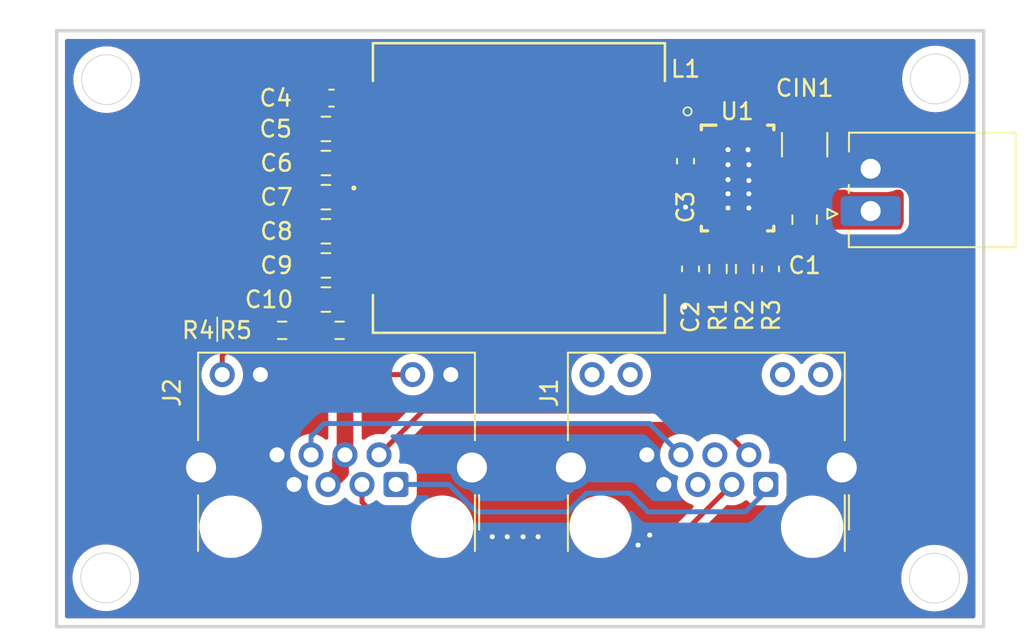
<source format=kicad_pcb>
(kicad_pcb (version 20240108) (generator "pcbnew") (generator_version "8.0")
  (layers (0 "F.Cu" signal) (31 "B.Cu" signal) (34 "B.Paste" user) (35 "F.Paste" user) (36 "B.SilkS" user "B.Silkscreen") (37 "F.SilkS" user "F.Silkscreen") (38 "B.Mask" user) (39 "F.Mask" user) (44 "Edge.Cuts" user))
  (net 0 "")
  (net 1 "GND")
  (net 2 "/VARM")
  (net 3 "Net-(U1-VCC)")
  (net 4 "Net-(C3-Pad2)")
  (net 5 "Net-(U1-CBOOT)")
  (net 6 "/24V")
  (net 8 "Net-(J1-Pad6)")
  (net 9 "Net-(J1-Pad1)")
  (net 12 "Net-(J1-Pad3)")
  (net 14 "Net-(J1-Pad2)")
  (net 17 "Net-(U1-RT)")
  (net 18 "Net-(J2-Pad12)")
  (net 19 "Net-(J2-Pad10)")
  (net 24 "Net-(U1-FB)")
  (footprint "Capacitor_SMD:C_0805_2012Metric_Pad1.18x1.45mm_HandSolder" (layer "F.Cu") (at 112.75 71.05 -90)
    (property "Reference" "C1" (at 2.75 0 180) (layer "F.SilkS"))
    (property "Value" "470n")
    (fp_line (start -0.261252 0.735) (end 0.261252 0.735) (stroke (width 0.12)) (layer "F.SilkS"))
    (fp_line (start -0.261252 -0.735) (end 0.261252 -0.735) (stroke (width 0.12)) (layer "F.SilkS"))
    (pad "1" smd roundrect (at -1.0375 0 270) (size 1.175 1.45) (layers "F.Cu" "F.Paste" "F.Mask") (roundrect_rratio 0.212766) (net 2 "/VARM"))
    (pad "2" smd roundrect (at 1.0375 0 270) (size 1.175 1.45) (layers "F.Cu" "F.Paste" "F.Mask") (roundrect_rratio 0.212766) (net 1 "GND"))
  )
  (footprint "Capacitor_SMD:C_0603_1608Metric_Pad1.08x0.95mm_HandSolder" (layer "F.Cu") (at 105.9 74.0125 90)
    (property "Reference" "C2" (at -2.8875 0 90) (layer "F.SilkS"))
    (property "Value" "2.2u")
    (fp_line (start -0.146267 -0.51) (end 0.146267 -0.51) (stroke (width 0.12)) (layer "F.SilkS"))
    (fp_line (start -0.146267 0.51) (end 0.146267 0.51) (stroke (width 0.12)) (layer "F.SilkS"))
    (pad "1" smd roundrect (at -0.8625 0 90) (size 1.075 0.95) (layers "F.Cu" "F.Paste" "F.Mask") (net 1 "GND"))
    (pad "2" smd roundrect (at 0.8625 0 90) (size 1.075 0.95) (layers "F.Cu" "F.Paste" "F.Mask") (net 3 "Net-(U1-VCC)"))
  )
  (footprint "Capacitor_SMD:C_0805_2012Metric_Pad1.18x1.45mm_HandSolder" (layer "F.Cu") (at 84.0125 75.85)
    (property "Reference" "C10" (at -3.4125 0 0) (layer "F.SilkS"))
    (property "Value" "22u")
    (fp_line (start -0.261252 -0.735) (end 0.261252 -0.735) (stroke (width 0.12)) (layer "F.SilkS"))
    (fp_line (start -0.261252 0.735) (end 0.261252 0.735) (stroke (width 0.12)) (layer "F.SilkS"))
    (pad "1" smd roundrect (at -1.0375 0) (size 1.175 1.45) (layers "F.Cu" "F.Paste" "F.Mask") (roundrect_rratio 0.212766) (net 1 "GND"))
    (pad "2" smd roundrect (at 1.0375 0) (size 1.175 1.45) (layers "F.Cu" "F.Paste" "F.Mask") (roundrect_rratio 0.212766) (net 6 "/24V"))
  )
  (footprint "Resistor_SMD:R_0603_1608Metric_Pad0.98x0.95mm_HandSolder" (layer "F.Cu") (at 107.55 74.0125 -90)
    (property "Reference" "R1" (at 2.7875 0 90) (layer "F.SilkS"))
    (property "Value" "96.7")
    (fp_line (start -0.254724 0.5225) (end 0.254724 0.5225) (stroke (width 0.12)) (layer "F.SilkS"))
    (fp_line (start -0.254724 -0.5225) (end 0.254724 -0.5225) (stroke (width 0.12)) (layer "F.SilkS"))
    (pad "1" smd roundrect (at -0.9125 0 270) (size 0.975 0.95) (layers "F.Cu" "F.Paste" "F.Mask") (net 17 "Net-(U1-RT)"))
    (pad "2" smd roundrect (at 0.9125 0 270) (size 0.975 0.95) (layers "F.Cu" "F.Paste" "F.Mask") (net 1 "GND"))
  )
  (footprint "Connector_RJ:RJ45_Connfly_DS1128-09-S8xx-S_Horizontal" (layer "F.Cu") (at 88.22 86.96 180)
    (property "Reference" "J2" (at 13.44 5.52 90) (layer "F.SilkS"))
    (property "Value" "RJ45_LED_Shielded")
    (fp_line (start 11.88 7.92) (end -4.74 7.92) (stroke (width 0.12)) (layer "F.SilkS"))
    (fp_line (start 11.88 2.66) (end 11.88 7.92) (stroke (width 0.12)) (layer "F.SilkS"))
    (fp_line (start 11.88 -4) (end 11.88 -0.65) (stroke (width 0.12)) (layer "F.SilkS"))
    (fp_line (start -4.74 7.92) (end -4.74 2.66) (stroke (width 0.12)) (layer "F.SilkS"))
    (fp_line (start -4.74 -0.64) (end -4.74 -4) (stroke (width 0.12)) (layer "F.SilkS"))
    (fp_line (start -4.99 -0.64) (end -4.99 -2.71) (stroke (width 0.12)) (layer "F.SilkS"))
    (pad "" np_thru_hole circle (at -2.78 -2.54) (size 3.25 3.25) (drill 3.25) (layers "F&B.Cu" "*.Mask"))
    (pad "" np_thru_hole circle (at 9.92 -2.54) (size 3.25 3.25) (drill 3.25) (layers "F&B.Cu" "*.Mask"))
    (pad "1" thru_hole roundrect (at 0 0) (size 1.5 1.5) (drill 0.9) (layers "*.Cu" "*.Mask") (roundrect_rratio 0.1666666667) (net 9 "Net-(J1-Pad1)"))
    (pad "2" thru_hole circle (at 1.02 1.78) (size 1.5 1.5) (drill 0.9) (layers "*.Cu" "*.Mask") (net 14 "Net-(J1-Pad2)"))
    (pad "3" thru_hole circle (at 2.04 0) (size 1.5 1.5) (drill 0.9) (layers "*.Cu" "*.Mask") (net 12 "Net-(J1-Pad3)"))
    (pad "4" thru_hole circle (at 3.06 1.78) (size 1.5 1.5) (drill 0.9) (layers "*.Cu" "*.Mask") (net 6 "/24V"))
    (pad "5" thru_hole circle (at 4.08 0) (size 1.5 1.5) (drill 0.9) (layers "*.Cu" "*.Mask") (net 6 "/24V"))
    (pad "6" thru_hole circle (at 5.1 1.78) (size 1.5 1.5) (drill 0.9) (layers "*.Cu" "*.Mask") (net 8 "Net-(J1-Pad6)"))
    (pad "7" thru_hole circle (at 6.12 0) (size 1.5 1.5) (drill 0.9) (layers "*.Cu" "*.Mask") (net 1 "GND"))
    (pad "8" thru_hole circle (at 7.14 1.78) (size 1.5 1.5) (drill 0.9) (layers "*.Cu" "*.Mask") (net 1 "GND"))
    (pad "9" thru_hole circle (at -3.29 6.6) (size 1.5 1.5) (drill 0.9) (layers "*.Cu" "*.Mask") (net 1 "GND"))
    (pad "10" thru_hole circle (at -1 6.6) (size 1.5 1.5) (drill 0.9) (layers "*.Cu" "*.Mask") (net 19 "Net-(J2-Pad10)"))
    (pad "11" thru_hole circle (at 8.14 6.6) (size 1.5 1.5) (drill 0.9) (layers "*.Cu" "*.Mask") (net 1 "GND"))
    (pad "12" thru_hole circle (at 10.43 6.6) (size 1.5 1.5) (drill 0.9) (layers "*.Cu" "*.Mask") (net 18 "Net-(J2-Pad12)"))
    (pad "SH" thru_hole circle (at -4.56 1.02) (size 2.7 2.7) (drill 1.8) (layers "*.Cu" "*.Mask") (net 1 "GND"))
    (pad "SH" thru_hole circle (at 11.7 1.02) (size 2.7 2.7) (drill 1.8) (layers "*.Cu" "*.Mask") (net 1 "GND"))
  )
  (footprint "Resistor_SMD:R_0603_1608Metric_Pad0.98x0.95mm_HandSolder" (layer "F.Cu") (at 84.8375 77.7 180)
    (property "Reference" "R5" (at 6.2375 0 0) (layer "F.SilkS"))
    (property "Value" "10k")
    (fp_line (start -0.254724 0.5225) (end 0.254724 0.5225) (stroke (width 0.12)) (layer "F.SilkS"))
    (fp_line (start -0.254724 -0.5225) (end 0.254724 -0.5225) (stroke (width 0.12)) (layer "F.SilkS"))
    (pad "1" smd roundrect (at -0.9125 0 180) (size 0.975 0.95) (layers "F.Cu" "F.Paste" "F.Mask") (net 19 "Net-(J2-Pad10)"))
    (pad "2" smd roundrect (at 0.9125 0 180) (size 0.975 0.95) (layers "F.Cu" "F.Paste" "F.Mask") (net 6 "/24V"))
  )
  (footprint "Capacitor_SMD:C_0805_2012Metric_Pad1.18x1.45mm_HandSolder" (layer "F.Cu") (at 84.0125 67.65)
    (property "Reference" "C6" (at -2.9625 0 0) (layer "F.SilkS"))
    (property "Value" "22u")
    (fp_line (start -0.261252 -0.735) (end 0.261252 -0.735) (stroke (width 0.12)) (layer "F.SilkS"))
    (fp_line (start -0.261252 0.735) (end 0.261252 0.735) (stroke (width 0.12)) (layer "F.SilkS"))
    (pad "1" smd roundrect (at -1.0375 0) (size 1.175 1.45) (layers "F.Cu" "F.Paste" "F.Mask") (roundrect_rratio 0.212766) (net 1 "GND"))
    (pad "2" smd roundrect (at 1.0375 0) (size 1.175 1.45) (layers "F.Cu" "F.Paste" "F.Mask") (roundrect_rratio 0.212766) (net 6 "/24V"))
  )
  (footprint "Capacitor_SMD:C_0603_1608Metric" (layer "F.Cu") (at 84.35 63.75)
    (property "Reference" "C4" (at -3.35 0 0) (layer "F.SilkS"))
    (property "Value" "470n")
    (fp_line (start -0.14058 -0.51) (end 0.14058 -0.51) (stroke (width 0.12)) (layer "F.SilkS"))
    (fp_line (start -0.14058 0.51) (end 0.14058 0.51) (stroke (width 0.12)) (layer "F.SilkS"))
    (pad "1" smd roundrect (at -0.775 0) (size 0.9 0.95) (layers "F.Cu" "F.Paste" "F.Mask") (net 1 "GND"))
    (pad "2" smd roundrect (at 0.775 0) (size 0.9 0.95) (layers "F.Cu" "F.Paste" "F.Mask") (net 6 "/24V"))
  )
  (footprint "inducfootprints:IND_IHLP-6767DZ_VIS" (layer "F.Cu") (at 95.6 69.15)
    (property "Reference" "L1" (at 10 -7.15 0) (layer "F.SilkS"))
    (property "Value" "47u")
    (fp_line (start -8.763 -8.6995) (end -8.763 -6.42874) (stroke (width 0.1524)) (layer "F.SilkS"))
    (fp_line (start -8.763 6.42874) (end -8.763 8.6995) (stroke (width 0.1524)) (layer "F.SilkS"))
    (fp_line (start -8.763 8.6995) (end 8.763 8.6995) (stroke (width 0.1524)) (layer "F.SilkS"))
    (fp_line (start 8.763 -8.6995) (end -8.763 -8.6995) (stroke (width 0.1524)) (layer "F.SilkS"))
    (fp_line (start 8.763 -6.42874) (end 8.763 -8.6995) (stroke (width 0.1524)) (layer "F.SilkS"))
    (fp_line (start 8.763 8.6995) (end 8.763 6.42874) (stroke (width 0.1524)) (layer "F.SilkS"))
    (fp_circle (center -9.906 0) (end -9.8298 0) (stroke (width 0.1524)) (fill none) (layer "F.SilkS"))
    (pad "1" smd rect (at -7.2771 0 90) (size 12.192 3.0226) (layers "F.Cu" "F.Paste" "F.Mask") (net 6 "/24V"))
    (pad "2" smd rect (at 7.2771 0 90) (size 12.192 3.0226) (layers "F.Cu" "F.Paste" "F.Mask") (net 4 "Net-(C3-Pad2)"))
    (zone (net 0) (net_name "") (layer "F.Cu") (connect_pads (clearance 0)) (min_thickness 0.254)
      (keepout (tracks not_allowed) (vias not_allowed) (pads allowed) (copperpour not_allowed) (footprints allowed))
      (fill (thermal_gap 0.508) (thermal_bridge_width 0.508))
      (polygon (pts (xy 87.0148 60.6283) (xy 104.1852 60.6283) (xy 104.1852 63.0032) (xy 87.0148 63.0032)))
    )
    (zone (net 0) (net_name "") (layer "F.Cu") (connect_pads (clearance 0)) (min_thickness 0.254)
      (keepout (tracks not_allowed) (vias not_allowed) (pads allowed) (copperpour not_allowed) (footprints allowed))
      (fill (thermal_gap 0.508) (thermal_bridge_width 0.508))
      (polygon (pts (xy 87.0148 75.2968) (xy 104.1852 75.2968) (xy 104.1852 77.6717) (xy 87.0148 77.6717)))
    )
    (zone (net 0) (net_name "") (layer "F.Cu") (connect_pads (clearance 0)) (min_thickness 0.254)
      (keepout (tracks not_allowed) (vias not_allowed) (pads allowed) (copperpour not_allowed) (footprints allowed))
      (fill (thermal_gap 0.508) (thermal_bridge_width 0.508))
      (polygon (pts (xy 89.885 63.0032) (xy 101.315 63.0032) (xy 101.315 75.2968) (xy 89.885 75.2968)))
    )
  )
  (footprint "Resistor_SMD:R_0603_1608Metric_Pad0.98x0.95mm_HandSolder" (layer "F.Cu") (at 81.3875 77.7 180)
    (property "Reference" "R4" (at 5.0375 0 0) (layer "F.SilkS"))
    (property "Value" "10k")
    (fp_line (start -0.254724 0.5225) (end 0.254724 0.5225) (stroke (width 0.12)) (layer "F.SilkS"))
    (fp_line (start -0.254724 -0.5225) (end 0.254724 -0.5225) (stroke (width 0.12)) (layer "F.SilkS"))
    (pad "1" smd roundrect (at -0.9125 0 180) (size 0.975 0.95) (layers "F.Cu" "F.Paste" "F.Mask") (net 6 "/24V"))
    (pad "2" smd roundrect (at 0.9125 0 180) (size 0.975 0.95) (layers "F.Cu" "F.Paste" "F.Mask") (net 18 "Net-(J2-Pad12)"))
  )
  (footprint "Capacitor_SMD:C_0805_2012Metric_Pad1.18x1.45mm_HandSolder" (layer "F.Cu") (at 84.0125 71.75)
    (property "Reference" "C8" (at -2.9625 0 0) (layer "F.SilkS"))
    (property "Value" "22u")
    (fp_line (start -0.261252 -0.735) (end 0.261252 -0.735) (stroke (width 0.12)) (layer "F.SilkS"))
    (fp_line (start -0.261252 0.735) (end 0.261252 0.735) (stroke (width 0.12)) (layer "F.SilkS"))
    (pad "1" smd roundrect (at -1.0375 0) (size 1.175 1.45) (layers "F.Cu" "F.Paste" "F.Mask") (roundrect_rratio 0.212766) (net 1 "GND"))
    (pad "2" smd roundrect (at 1.0375 0) (size 1.175 1.45) (layers "F.Cu" "F.Paste" "F.Mask") (roundrect_rratio 0.212766) (net 6 "/24V"))
  )
  (footprint "footprints:RNP0030A" (layer "F.Cu") (at 108.7246 68.55)
    (property "Reference" "U1" (at -0.0246 -4 0) (layer "F.SilkS"))
    (property "Value" "LM76005RNPR")
    (fp_line (start -2.174999 -3.175) (end -1.3 -3.175) (stroke (width 0.2)) (layer "F.SilkS"))
    (fp_line (start -2.174999 -2.899999) (end -2.174999 -3.175) (stroke (width 0.2)) (layer "F.SilkS"))
    (fp_line (start -2.174999 3.175) (end -2.174999 2.899999) (stroke (width 0.2)) (layer "F.SilkS"))
    (fp_line (start -2.174999 3.175) (end -1.799999 3.175) (stroke (width 0.2)) (layer "F.SilkS"))
    (fp_line (start 1.799999 -3.175) (end 2.174999 -3.175) (stroke (width 0.2)) (layer "F.SilkS"))
    (fp_line (start 1.799999 3.175) (end 2.174999 3.175) (stroke (width 0.2)) (layer "F.SilkS"))
    (fp_line (start 2.174999 -2.899999) (end 2.174999 -3.175) (stroke (width 0.2)) (layer "F.SilkS"))
    (fp_line (start 2.174999 3.175) (end 2.174999 2.899999) (stroke (width 0.2)) (layer "F.SilkS"))
    (fp_circle (center -3 -4) (end -2.75 -4) (stroke (width 0.1)) (fill none) (layer "F.SilkS"))
    (pad "1" smd rect (at -1.825 -2.5 90) (size 0.249999 0.750001) (layers "F.Cu" "F.Paste" "F.Mask") (net 4 "Net-(C3-Pad2)"))
    (pad "2" smd rect (at -1.825 -2.000001 90) (size 0.249999 0.750001) (layers "F.Cu" "F.Paste" "F.Mask") (net 4 "Net-(C3-Pad2)"))
    (pad "3" smd rect (at -1.825 -1.5 90) (size 0.249999 0.750001) (layers "F.Cu" "F.Paste" "F.Mask") (net 4 "Net-(C3-Pad2)"))
    (pad "4" smd rect (at -1.825 -1.000001 90) (size 0.249999 0.750001) (layers "F.Cu" "F.Paste" "F.Mask") (net 4 "Net-(C3-Pad2)"))
    (pad "5" smd rect (at -1.825 -0.499999 90) (size 0.249999 0.750001) (layers "F.Cu" "F.Paste" "F.Mask") (net 4 "Net-(C3-Pad2)"))
    (pad "6" smd rect (at -1.825 0 90) (size 0.249999 0.750001) (layers "F.Cu" "F.Paste" "F.Mask") (net 5 "Net-(U1-CBOOT)"))
    (pad "7" smd rect (at -1.825 0.499999 90) (size 0.249999 0.750001) (layers "F.Cu" "F.Paste" "F.Mask"))
    (pad "8" smd rect (at -1.825 1.000001 90) (size 0.249999 0.750001) (layers "F.Cu" "F.Paste" "F.Mask") (net 3 "Net-(U1-VCC)"))
    (pad "9" smd rect (at -1.825 1.5 90) (size 0.249999 0.750001) (layers "F.Cu" "F.Paste" "F.Mask") (net 1 "GND"))
    (pad "10" smd rect (at -1.825 2.000001 90) (size 0.249999 0.750001) (layers "F.Cu" "F.Paste" "F.Mask") (net 17 "Net-(U1-RT)"))
    (pad "11" smd rect (at -1.825 2.5 90) (size 0.249999 0.750001) (layers "F.Cu" "F.Paste" "F.Mask"))
    (pad "12" smd rect (at -0.750001 2.899999) (size 0.249999 0.599999) (layers "F.Cu" "F.Paste" "F.Mask") (net 24 "Net-(U1-FB)"))
    (pad "13" smd rect (at -0.250002 2.899999) (size 0.249999 0.599999) (layers "F.Cu" "F.Paste" "F.Mask") (net 1 "GND"))
    (pad "14" smd rect (at 0.25 2.899999) (size 0.249999 0.599999) (layers "F.Cu" "F.Paste" "F.Mask") (net 1 "GND"))
    (pad "15" smd rect (at 0.749998 2.899999) (size 0.249999 0.599999) (layers "F.Cu" "F.Paste" "F.Mask") (net 1 "GND"))
    (pad "16" smd rect (at 1.825 2.5 90) (size 0.249999 0.750001) (layers "F.Cu" "F.Paste" "F.Mask"))
    (pad "17" smd rect (at 1.825 2.000001 90) (size 0.249999 0.750001) (layers "F.Cu" "F.Paste" "F.Mask") (net 1 "GND"))
    (pad "18" smd rect (at 1.825 1.5 90) (size 0.249999 0.750001) (layers "F.Cu" "F.Paste" "F.Mask") (net 2 "/VARM"))
    (pad "19" smd rect (at 1.825 1.000001 90) (size 0.249999 0.750001) (layers "F.Cu" "F.Paste" "F.Mask"))
    (pad "20" smd rect (at 1.825 0.499999 90) (size 0.249999 0.750001) (layers "F.Cu" "F.Paste" "F.Mask") (net 2 "/VARM"))
    (pad "21" smd rect (at 1.825 0 90) (size 0.249999 0.750001) (layers "F.Cu" "F.Paste" "F.Mask") (net 2 "/VARM"))
    (pad "22" smd rect (at 1.825 -0.499999 90) (size 0.249999 0.750001) (layers "F.Cu" "F.Paste" "F.Mask") (net 2 "/VARM"))
    (pad "23" smd rect (at 1.825 -1.000001 90) (size 0.249999 0.750001) (layers "F.Cu" "F.Paste" "F.Mask"))
    (pad "24" smd rect (at 1.825 -1.5 90) (size 0.249999 0.750001) (layers "F.Cu" "F.Paste" "F.Mask") (net 1 "GND"))
    (pad "25" smd rect (at 1.825 -2.000001 90) (size 0.249999 0.750001) (layers "F.Cu" "F.Paste" "F.Mask") (net 1 "GND"))
    (pad "26" smd rect (at 1.825 -2.5 90) (size 0.249999 0.750001) (layers "F.Cu" "F.Paste" "F.Mask") (net 1 "GND"))
    (pad "27" smd rect (at 0.749998 -2.899999) (size 0.249999 0.599999) (layers "F.Cu" "F.Paste" "F.Mask"))
    (pad "28" smd rect (at 0.25 -2.899999) (size 0.249999 0.599999) (layers "F.Cu" "F.Paste" "F.Mask"))
    (pad "29" smd rect (at -0.250002 -2.899999) (size 0.249999 0.599999) (layers "F.Cu" "F.Paste" "F.Mask"))
    (pad "30" smd rect (at -0.750001 -2.899999) (size 0.249999 0.599999) (layers "F.Cu" "F.Paste" "F.Mask"))
    (pad "31" smd rect (at 0.0254 0) (size 2.200001 4.600001) (layers "F.Cu" "F.Mask") (net 1 "GND"))
  )
  (footprint "Capacitor_SMD:C_0603_1608Metric_Pad1.08x0.95mm_HandSolder" (layer "F.Cu") (at 110.7 74.0125 -90)
    (property "Reference" "R3" (at 2.7875 -0.05 90) (layer "F.SilkS"))
    (property "Value" "4.32k")
    (fp_line (start -0.146267 0.51) (end 0.146267 0.51) (stroke (width 0.12)) (layer "F.SilkS"))
    (fp_line (start -0.146267 -0.51) (end 0.146267 -0.51) (stroke (width 0.12)) (layer "F.SilkS"))
    (pad "1" smd roundrect (at -0.8625 0 270) (size 1.075 0.95) (layers "F.Cu" "F.Paste" "F.Mask") (net 24 "Net-(U1-FB)"))
    (pad "2" smd roundrect (at 0.8625 0 270) (size 1.075 0.95) (layers "F.Cu" "F.Paste" "F.Mask") (net 1 "GND"))
  )
  (footprint "Capacitor_SMD:C_0805_2012Metric_Pad1.18x1.45mm_HandSolder" (layer "F.Cu") (at 84.0125 69.7)
    (property "Reference" "C7" (at -2.9625 0 0) (layer "F.SilkS"))
    (property "Value" "22u")
    (fp_line (start -0.261252 -0.735) (end 0.261252 -0.735) (stroke (width 0.12)) (layer "F.SilkS"))
    (fp_line (start -0.261252 0.735) (end 0.261252 0.735) (stroke (width 0.12)) (layer "F.SilkS"))
    (pad "1" smd roundrect (at -1.0375 0) (size 1.175 1.45) (layers "F.Cu" "F.Paste" "F.Mask") (roundrect_rratio 0.212766) (net 1 "GND"))
    (pad "2" smd roundrect (at 1.0375 0) (size 1.175 1.45) (layers "F.Cu" "F.Paste" "F.Mask") (roundrect_rratio 0.212766) (net 6 "/24V"))
  )
  (footprint "Capacitor_SMD:C_0805_2012Metric_Pad1.18x1.45mm_HandSolder" (layer "F.Cu") (at 84.0125 73.8)
    (property "Reference" "C9" (at -2.9625 0 0) (layer "F.SilkS"))
    (property "Value" "22u")
    (fp_line (start -0.261252 -0.735) (end 0.261252 -0.735) (stroke (width 0.12)) (layer "F.SilkS"))
    (fp_line (start -0.261252 0.735) (end 0.261252 0.735) (stroke (width 0.12)) (layer "F.SilkS"))
    (pad "1" smd roundrect (at -1.0375 0) (size 1.175 1.45) (layers "F.Cu" "F.Paste" "F.Mask") (roundrect_rratio 0.212766) (net 1 "GND"))
    (pad "2" smd roundrect (at 1.0375 0) (size 1.175 1.45) (layers "F.Cu" "F.Paste" "F.Mask") (roundrect_rratio 0.212766) (net 6 "/24V"))
  )
  (footprint "SJSU_common:Pluggable_Terminal_2.54mm_2P_Horizontal" (layer "F.Cu") (at 111.4125 68.705 90)
    (property "Reference" "J6" (hide yes))
    (property "Value" "Conn_01x02_Pin")
    (fp_line (start -1.7 2.7) (end -2 3.3) (stroke (width 0.12)) (layer "F.SilkS"))
    (fp_line (start -2.3 2.7) (end -1.7 2.7) (stroke (width 0.12)) (layer "F.SilkS"))
    (fp_line (start -2 3.3) (end -2.3 2.7) (stroke (width 0.12)) (layer "F.SilkS"))
    (fp_line (start -0.745 3.99) (end -0.255 3.99) (stroke (width 0.12)) (layer "F.SilkS"))
    (fp_line (start -4 3.99) (end -3 3.99) (stroke (width 0.12)) (layer "F.SilkS"))
    (fp_line (start 2.88 4) (end 1.75 4) (stroke (width 0.12)) (layer "F.SilkS"))
    (fp_line (start -4 4) (end -4 14) (stroke (width 0.12)) (layer "F.SilkS"))
    (fp_line (start 2.88 14) (end 2.88 4) (stroke (width 0.12)) (layer "F.SilkS"))
    (fp_line (start -4 14) (end 2.88 14) (stroke (width 0.12)) (layer "F.SilkS"))
    (pad "1" thru_hole roundrect (at -1.83 5.3 90) (size 1.8 3.6) (drill 1.2) (layers "*.Cu" "*.Mask") (roundrect_rratio 0.138889) (net 2 "/VARM"))
    (pad "2" thru_hole oval (at 0.71 5.3 90) (size 1.8 3.6) (drill 1.2) (layers "*.Cu" "*.Mask") (net 1 "GND"))
  )
  (footprint "Connector_RJ:RJ45_Connfly_DS1128-09-S8xx-S_Horizontal" (layer "F.Cu") (at 110.42 86.96 180)
    (property "Reference" "J1" (at 13 5.5 90) (layer "F.SilkS"))
    (property "Value" "RJ45_LED_Shielded")
    (fp_line (start 11.88 7.92) (end -4.74 7.92) (stroke (width 0.12)) (layer "F.SilkS"))
    (fp_line (start 11.88 2.66) (end 11.88 7.92) (stroke (width 0.12)) (layer "F.SilkS"))
    (fp_line (start 11.88 -4) (end 11.88 -0.65) (stroke (width 0.12)) (layer "F.SilkS"))
    (fp_line (start -4.74 7.92) (end -4.74 2.66) (stroke (width 0.12)) (layer "F.SilkS"))
    (fp_line (start -4.74 -0.64) (end -4.74 -4) (stroke (width 0.12)) (layer "F.SilkS"))
    (fp_line (start -4.99 -0.64) (end -4.99 -2.71) (stroke (width 0.12)) (layer "F.SilkS"))
    (pad "" np_thru_hole circle (at -2.78 -2.54) (size 3.25 3.25) (drill 3.25) (layers "F&B.Cu" "*.Mask"))
    (pad "" np_thru_hole circle (at 9.92 -2.54) (size 3.25 3.25) (drill 3.25) (layers "F&B.Cu" "*.Mask"))
    (pad "1" thru_hole roundrect (at 0 0) (size 1.5 1.5) (drill 0.9) (layers "*.Cu" "*.Mask") (roundrect_rratio 0.1666666667) (net 9 "Net-(J1-Pad1)"))
    (pad "2" thru_hole circle (at 1.02 1.78) (size 1.5 1.5) (drill 0.9) (layers "*.Cu" "*.Mask") (net 14 "Net-(J1-Pad2)"))
    (pad "3" thru_hole circle (at 2.04 0) (size 1.5 1.5) (drill 0.9) (layers "*.Cu" "*.Mask") (net 12 "Net-(J1-Pad3)"))
    (pad "4" thru_hole circle (at 3.06 1.78) (size 1.5 1.5) (drill 0.9) (layers "*.Cu" "*.Mask"))
    (pad "5" thru_hole circle (at 4.08 0) (size 1.5 1.5) (drill 0.9) (layers "*.Cu" "*.Mask"))
    (pad "6" thru_hole circle (at 5.1 1.78) (size 1.5 1.5) (drill 0.9) (layers "*.Cu" "*.Mask") (net 8 "Net-(J1-Pad6)"))
    (pad "7" thru_hole circle (at 6.12 0) (size 1.5 1.5) (drill 0.9) (layers "*.Cu" "*.Mask") (net 1 "GND"))
    (pad "8" thru_hole circle (at 7.14 1.78) (size 1.5 1.5) (drill 0.9) (layers "*.Cu" "*.Mask") (net 1 "GND"))
    (pad "9" thru_hole circle (at -3.29 6.6) (size 1.5 1.5) (drill 0.9) (layers "*.Cu" "*.Mask"))
    (pad "10" thru_hole circle (at -1 6.6) (size 1.5 1.5) (drill 0.9) (layers "*.Cu" "*.Mask"))
    (pad "11" thru_hole circle (at 8.14 6.6) (size 1.5 1.5) (drill 0.9) (layers "*.Cu" "*.Mask"))
    (pad "12" thru_hole circle (at 10.43 6.6) (size 1.5 1.5) (drill 0.9) (layers "*.Cu" "*.Mask"))
    (pad "SH" thru_hole circle (at -4.56 1.02) (size 2.7 2.7) (drill 1.8) (layers "*.Cu" "*.Mask") (net 1 "GND"))
    (pad "SH" thru_hole circle (at 11.7 1.02) (size 2.7 2.7) (drill 1.8) (layers "*.Cu" "*.Mask") (net 1 "GND"))
  )
  (footprint "Capacitor_SMD:C_0603_1608Metric_Pad1.08x0.95mm_HandSolder" (layer "F.Cu") (at 105.6 67.5375 90)
    (property "Reference" "C3" (at -2.7625 0 90) (layer "F.SilkS"))
    (property "Value" "470n")
    (fp_line (start -0.146267 -0.51) (end 0.146267 -0.51) (stroke (width 0.12)) (layer "F.SilkS"))
    (fp_line (start -0.146267 0.51) (end 0.146267 0.51) (stroke (width 0.12)) (layer "F.SilkS"))
    (pad "1" smd roundrect (at -0.8625 0 90) (size 1.075 0.95) (layers "F.Cu" "F.Paste" "F.Mask") (net 5 "Net-(U1-CBOOT)"))
    (pad "2" smd roundrect (at 0.8625 0 90) (size 1.075 0.95) (layers "F.Cu" "F.Paste" "F.Mask") (net 4 "Net-(C3-Pad2)"))
  )
  (footprint "Capacitor_SMD:C_0805_2012Metric_Pad1.18x1.45mm_HandSolder" (layer "F.Cu") (at 84.0125 65.6)
    (property "Reference" "C5" (at -3.0125 0 0) (layer "F.SilkS"))
    (property "Value" "22u")
    (fp_line (start -0.261252 -0.735) (end 0.261252 -0.735) (stroke (width 0.12)) (layer "F.SilkS"))
    (fp_line (start -0.261252 0.735) (end 0.261252 0.735) (stroke (width 0.12)) (layer "F.SilkS"))
    (pad "1" smd roundrect (at -1.0375 0) (size 1.175 1.45) (layers "F.Cu" "F.Paste" "F.Mask") (roundrect_rratio 0.212766) (net 1 "GND"))
    (pad "2" smd roundrect (at 1.0375 0) (size 1.175 1.45) (layers "F.Cu" "F.Paste" "F.Mask") (roundrect_rratio 0.212766) (net 6 "/24V"))
  )
  (footprint "Capacitor_SMD:C_1210_3225Metric_Pad1.33x2.70mm_HandSolder" (layer "F.Cu") (at 112.75 66.55 90)
    (property "Reference" "CIN1" (at 3.4 0 180) (layer "F.SilkS"))
    (property "Value" "4.7u")
    (fp_line (start -0.711252 -1.36) (end 0.711252 -1.36) (stroke (width 0.12)) (layer "F.SilkS"))
    (fp_line (start -0.711252 1.36) (end 0.711252 1.36) (stroke (width 0.12)) (layer "F.SilkS"))
    (pad "1" smd roundrect (at -1.5625 0 90) (size 1.325 2.7) (layers "F.Cu" "F.Paste" "F.Mask") (roundrect_rratio 0.188679) (net 2 "/VARM"))
    (pad "2" smd roundrect (at 1.5625 0 90) (size 1.325 2.7) (layers "F.Cu" "F.Paste" "F.Mask") (roundrect_rratio 0.188679) (net 1 "GND"))
  )
  (footprint "Resistor_SMD:R_0603_1608Metric_Pad0.98x0.95mm_HandSolder" (layer "F.Cu") (at 109.15 74.0125 90)
    (property "Reference" "R2" (at -2.7875 0 90) (layer "F.SilkS"))
    (property "Value" "100k")
    (fp_line (start -0.254724 -0.5225) (end 0.254724 -0.5225) (stroke (width 0.12)) (layer "F.SilkS"))
    (fp_line (start -0.254724 0.5225) (end 0.254724 0.5225) (stroke (width 0.12)) (layer "F.SilkS"))
    (pad "1" smd roundrect (at -0.9125 0 90) (size 0.975 0.95) (layers "F.Cu" "F.Paste" "F.Mask") (net 6 "/24V"))
    (pad "2" smd roundrect (at 0.9125 0 90) (size 0.975 0.95) (layers "F.Cu" "F.Paste" "F.Mask") (net 24 "Net-(U1-FB)"))
  )
  (gr_circle (center 70.85 62.64) (end 72.35 62.64) (stroke (width 0.05)) (fill none) (layer "Edge.Cuts"))
  (gr_circle (center 120.6 62.6) (end 122.1 62.6) (stroke (width 0.05)) (fill none) (layer "Edge.Cuts"))
  (gr_circle (center 70.8 92.566723) (end 72.3 92.566723) (stroke (width 0.05)) (fill none) (layer "Edge.Cuts"))
  (gr_rect (start 67.85 59.7) (end 123.5 95.5) (stroke (width 0.2)) (fill none) (layer "Edge.Cuts"))
  (gr_circle (center 120.545471 92.585471) (end 122.045471 92.585471) (stroke (width 0.05)) (fill none) (layer "Edge.Cuts"))
  (gr_text "|" (at 76.95 78.15 0) (layer "F.SilkS") (effects (font (size 1 1) (thickness 0.1)) (justify left bottom)))
  (segment (start 81.08 85.94) (end 82.1 86.96) (width 0.3) (layer "F.Cu") (net 1))
  (segment (start 111.212501 70.550001) (end 112.75 72.0875) (width 0.3) (layer "F.Cu") (net 1))
  (segment (start 110.5496 70.550001) (end 111.212501 70.550001) (width 0.3) (layer "F.Cu") (net 1))
  (segment (start 105.85 70.05) (end 106.8996 70.05) (width 0.3) (layer "F.Cu") (net 1))
  (segment (start 110.5496 67.05) (end 110.6875 67.05) (width 0.3) (layer "F.Cu") (net 1))
  (segment (start 110.112099 72.0875) (end 112.75 72.0875) (width 0.3) (layer "F.Cu") (net 1))
  (segment (start 110.6875 67.05) (end 112.75 64.9875) (width 0.3) (layer "F.Cu") (net 1))
  (segment (start 109.474598 71.449999) (end 110.112099 72.0875) (width 0.3) (layer "F.Cu") (net 1))
  (segment (start 81.08 85.18) (end 81.08 85.94) (width 0.3) (layer "F.Cu") (net 1))
  (segment (start 105.6 70.3) (end 105.85 70.05) (width 0.3) (layer "F.Cu") (net 1))
  (segment (start 109.612101 72.0875) (end 112.75 72.0875) (width 0.3) (layer "F.Cu") (net 1))
  (segment (start 108.9746 71.449999) (end 109.612101 72.0875) (width 0.3) (layer "F.Cu") (net 1))
  (segment (start 104.3 86.96) (end 103.28 85.94) (width 0.2) (layer "F.Cu") (net 1))
  (segment (start 103.28 85.94) (end 103.28 85.18) (width 0.2) (layer "F.Cu") (net 1))
  (segment (start 108.474598 71.449999) (end 109.474598 71.449999) (width 0.3) (layer "F.Cu") (net 1))
  (via (at 108.15 67.75) (size 0.6) (drill 0.3) (layers "F.Cu" "B.Cu") (net 1))
  (via (at 103.45 90) (size 0.6) (drill 0.3) (layers "F.Cu" "B.Cu") (net 1))
  (via (at 105.55 76.3) (size 0.6) (drill 0.3) (layers "F.Cu" "B.Cu") (net 1))
  (via (at 109.4 70.35) (size 0.6) (drill 0.3) (layers "F.Cu" "B.Cu") (net 1))
  (via (at 94 90.1) (size 0.6) (drill 0.3) (layers "F.Cu" "B.Cu") (net 1))
  (via (at 95.85 90.1) (size 0.6) (drill 0.3) (layers "F.Cu" "B.Cu") (net 1))
  (via (at 109.4 69.5) (size 0.6) (drill 0.3) (layers "F.Cu" "B.Cu") (net 1))
  (via (at 109.4 67.75) (size 0.6) (drill 0.3) (layers "F.Cu" "B.Cu") (net 1))
  (via (at 108.15 70.35) (size 0.6) (drill 0.3) (layers "F.Cu" "B.Cu") (net 1))
  (via (at 94.9 90.1) (size 0.6) (drill 0.3) (layers "F.Cu" "B.Cu") (net 1))
  (via (at 108.15 69.5) (size 0.6) (drill 0.3) (layers "F.Cu" "B.Cu") (net 1))
  (via (at 108.15 68.65) (size 0.6) (drill 0.3) (layers "F.Cu" "B.Cu") (net 1))
  (via (at 102.75 90.6) (size 0.6) (drill 0.3) (layers "F.Cu" "B.Cu") (net 1))
  (via (at 109.35 66.85) (size 0.6) (drill 0.3) (layers "F.Cu" "B.Cu") (net 1))
  (via (at 109.4 68.7) (size 0.6) (drill 0.3) (layers "F.Cu" "B.Cu") (net 1))
  (via (at 96.75 90.1) (size 0.6) (drill 0.3) (layers "F.Cu" "B.Cu") (net 1))
  (via (at 108.15 66.85) (size 0.6) (drill 0.3) (layers "F.Cu" "B.Cu") (net 1))
  (via (at 105.6 70.3) (size 0.6) (drill 0.3) (layers "F.Cu" "B.Cu") (net 1))
  (segment (start 116.7125 70.535) (end 114.415 70.535) (width 1) (layer "F.Cu") (net 2))
  (segment (start 112.75 68.1125) (end 112.3125 68.55) (width 1) (layer "F.Cu") (net 2))
  (segment (start 111.2496 70.05) (end 112.75 68.5496) (width 0.3) (layer "F.Cu") (net 2))
  (segment (start 110.5496 70.05) (end 111.2496 70.05) (width 0.3) (layer "F.Cu") (net 2))
  (segment (start 115.1725 70.535) (end 112.75 68.1125) (width 1) (layer "F.Cu") (net 2))
  (segment (start 112.75 68.5496) (end 112.75 68.1125) (width 0.3) (layer "F.Cu") (net 2))
  (segment (start 112.3125 68.55) (end 110.55 68.55) (width 1) (layer "F.Cu") (net 2))
  (segment (start 114.4 70.55) (end 113.8625 70.0125) (width 1) (layer "F.Cu") (net 2))
  (segment (start 112.75 70.0125) (end 112.75 68.1125) (width 1) (layer "F.Cu") (net 2))
  (segment (start 112.7125 70.05) (end 112.75 70.0125) (width 0.3) (layer "F.Cu") (net 2))
  (segment (start 113.8625 70.0125) (end 112.75 70.0125) (width 1) (layer "F.Cu") (net 2))
  (segment (start 116.7125 70.535) (end 115.1725 70.535) (width 1) (layer "F.Cu") (net 2))
  (segment (start 110.5496 70.05) (end 112.7125 70.05) (width 0.3) (layer "F.Cu") (net 2))
  (segment (start 114.415 70.535) (end 114.4 70.55) (width 1) (layer "F.Cu") (net 2))
  (segment (start 104.95 72.2) (end 104.95 69.86005) (width 0.3) (layer "F.Cu") (net 3))
  (segment (start 104.95 69.86005) (end 105.260049 69.550001) (width 0.3) (layer "F.Cu") (net 3))
  (segment (start 105.260049 69.550001) (end 106.8996 69.550001) (width 0.3) (layer "F.Cu") (net 3))
  (segment (start 105.9 73.15) (end 104.95 72.2) (width 0.3) (layer "F.Cu") (net 3))
  (segment (start 106.2746 66.675) (end 106.8996 66.05) (width 1) (layer "F.Cu") (net 4))
  (segment (start 105.3521 66.675) (end 105.6 66.675) (width 1) (layer "F.Cu") (net 4))
  (segment (start 105.6 66.675) (end 105.849599 66.675) (width 1) (layer "F.Cu") (net 4))
  (segment (start 105.6 66.675) (end 106.2746 66.675) (width 1) (layer "F.Cu") (net 4))
  (segment (start 106.8996 67.725001) (end 106.8996 66.05) (width 1) (layer "F.Cu") (net 4))
  (segment (start 102.8771 69.15) (end 105.3521 66.675) (width 1) (layer "F.Cu") (net 4))
  (segment (start 105.849599 66.675) (end 106.8996 67.725001) (width 1) (layer "F.Cu") (net 4))
  (segment (start 105.6 68.4) (end 105.775002 68.575002) (width 0.3) (layer "F.Cu") (net 5))
  (segment (start 105.775002 68.575002) (end 106.8996 68.575002) (width 0.3) (layer "F.Cu") (net 5))
  (segment (start 85.05 71.75) (end 85.7229 71.75) (width 1) (layer "F.Cu") (net 6))
  (segment (start 88.3229 67.3229) (end 88.3229 69.15) (width 1) (layer "F.Cu") (net 6))
  (segment (start 85.7229 71.75) (end 88.3229 69.15) (width 1) (layer "F.Cu") (net 6))
  (segment (start 83.925 77.7) (end 83.925 79.875) (width 1) (layer "F.Cu") (net 6))
  (segment (start 85.05 69.7) (end 87.7729 69.7) (width 1) (layer "F.Cu") (net 6))
  (segment (start 85.05 65.6) (end 86.6 65.6) (width 1) (layer "F.Cu") (net 6))
  (segment (start 88.3229 72.5771) (end 85.05 75.85) (width 1) (layer "F.Cu") (net 6))
  (segment (start 88.3229 69.15) (end 88.1 69.15) (width 1) (layer "F.Cu") (net 6))
  (segment (start 86.2 63.75) (end 88.3229 65.8729) (width 1) (layer "F.Cu") (net 6))
  (segment (start 85.16 81.11) (end 85.16 85.18) (width 1) (layer "F.Cu") (net 6))
  (segment (start 85.05 73.8) (end 85.05 72.4229) (width 1) (layer "F.Cu") (net 6))
  (segment (start 88.3229 69.15) (end 88.3229 72.5771) (width 1) (layer "F.Cu") (net 6))
  (segment (start 88.25 65.15) (end 88.075 65.15) (width 1) (layer "F.Cu") (net 6))
  (segment (start 85.05 76.575) (end 83.925 77.7) (width 1) (layer "F.Cu") (net 6))
  (segment (start 82.3 78.25) (end 83.925 79.875) (width 1) (layer "F.Cu") (net 6))
  (segment (start 105.825 78.25) (end 87.380968 78.25) (width 0.3) (layer "F.Cu") (net 6))
  (segment (start 83.925 79.875) (end 85.16 81.11) (width 1) (layer "F.Cu") (net 6))
  (segment (start 87.380968 78.25) (end 86.5875 77.456532) (width 0.3) (layer "F.Cu") (net 6))
  (segment (start 84.14 86.96) (end 84.89 86.21) (width 1) (layer "F.Cu") (net 6))
  (segment (start 88.3229 69.15) (end 88.3229 70.5271) (width 1) (layer "F.Cu") (net 6))
  (segment (start 82.3 77.7) (end 82.3 78.25) (width 1) (layer "F.Cu") (net 6))
  (segment (start 87.7729 69.7) (end 88.3229 69.15) (width 1) (layer "F.Cu") (net 6))
  (segment (start 86.6 65.6) (end 88.3229 67.3229) (width 1) (layer "F.Cu") (net 6))
  (segment (start 87.0729 67.9) (end 88.3229 69.15) (width 1) (layer "F.Cu") (net 6))
  (segment (start 88.3229 70.5271) (end 85.05 73.8) (width 1) (layer "F.Cu") (net 6))
  (segment (start 86.5875 77.456532) (end 86.5875 70.8854) (width 0.3) (layer "F.Cu") (net 6))
  (segment (start 109.15 74.925) (end 105.825 78.25) (width 0.3) (layer "F.Cu") (net 6))
  (segment (start 83.925 77.7) (end 82.3 77.7) (width 1) (layer "F.Cu") (net 6))
  (segment (start 88.25 69.0771) (end 88.25 65.15) (width 1) (layer "F.Cu") (net 6))
  (segment (start 88.1 69.15) (end 85.05 66.1) (width 1) (layer "F.Cu") (net 6))
  (segment (start 85.05 75.85) (end 85.05 76.575) (width 1) (layer "F.Cu") (net 6))
  (segment (start 84.89 85.45) (end 85.16 85.18) (width 1) (layer "F.Cu") (net 6))
  (segment (start 85.05 63.825) (end 85.125 63.75) (width 1) (layer "F.Cu") (net 6))
  (segment (start 88.3229 65.8729) (end 88.3229 69.15) (width 1) (layer "F.Cu") (net 6))
  (segment (start 85.05 75.85) (end 85.05 63.825) (width 1) (layer "F.Cu") (net 6))
  (segment (start 85.125 63.75) (end 86.2 63.75) (width 1) (layer "F.Cu") (net 6))
  (segment (start 85.15 67.9) (end 87.0729 67.9) (width 1) (layer "F.Cu") (net 6))
  (segment (start 84.89 86.21) (end 84.89 85.45) (width 1) (layer "F.Cu") (net 6))
  (segment (start 85.05 75.85) (end 85.05 72.4229) (width 1) (layer "F.Cu") (net 6))
  (segment (start 85.05 72.4229) (end 88.3229 69.15) (width 1) (layer "F.Cu") (net 6))
  (segment (start 88.3229 69.15) (end 88.25 69.0771) (width 1) (layer "F.Cu") (net 6))
  (segment (start 86.5875 70.8854) (end 88.3229 69.15) (width 0.3) (layer "F.Cu") (net 6))
  (segment (start 83.12 85.18) (end 83.12 84.08) (width 0.3) (layer "B.Cu") (net 8))
  (segment (start 83.9 83.3) (end 103.44 83.3) (width 0.3) (layer "B.Cu") (net 8))
  (segment (start 83.12 84.08) (end 83.9 83.3) (width 0.3) (layer "B.Cu") (net 8))
  (segment (start 103.44 83.3) (end 105.32 85.18) (width 0.3) (layer "B.Cu") (net 8))
  (segment (start 98.536218 88.6) (end 99.661218 87.475) (width 0.3) (layer "B.Cu") (net 9))
  (segment (start 99.661218 87.475) (end 102.225 87.475) (width 0.3) (layer "B.Cu") (net 9))
  (segment (start 110.42 87.38) (end 110.42 86.96) (width 0.3) (layer "B.Cu") (net 9))
  (segment (start 88.22 86.96) (end 91.395836 86.96) (width 0.3) (layer "B.Cu") (net 9))
  (segment (start 102.225 87.475) (end 103.35 88.6) (width 0.3) (layer "B.Cu") (net 9))
  (segment (start 109.2 88.6) (end 110.42 87.38) (width 0.3) (layer "B.Cu") (net 9))
  (segment (start 93.035836 88.6) (end 98.536218 88.6) (width 0.3) (layer "B.Cu") (net 9))
  (segment (start 103.35 88.6) (end 109.2 88.6) (width 0.3) (layer "B.Cu") (net 9))
  (segment (start 91.395836 86.96) (end 93.035836 88.6) (width 0.3) (layer "B.Cu") (net 9))
  (segment (start 86.18 86.96) (end 86.18 88.02066) (width 0.3) (layer "F.Cu") (net 12))
  (segment (start 86.18 88.02066) (end 89.95934 91.8) (width 0.3) (layer "F.Cu") (net 12))
  (segment (start 103.54 91.8) (end 108.38 86.96) (width 0.3) (layer "F.Cu") (net 12))
  (segment (start 89.95934 91.8) (end 103.54 91.8) (width 0.3) (layer "F.Cu") (net 12))
  (segment (start 87.2 85.18) (end 89.83 82.55) (width 0.3) (layer "F.Cu") (net 14))
  (segment (start 106.77 82.55) (end 109.4 85.18) (width 0.3) (layer "F.Cu") (net 14))
  (segment (start 89.83 82.55) (end 106.77 82.55) (width 0.3) (layer "F.Cu") (net 14))
  (segment (start 107.55 72.45) (end 107.55 73.1) (width 0.3) (layer "F.Cu") (net 17))
  (segment (start 107.05 71.95) (end 107.55 72.45) (width 0.3) (layer "F.Cu") (net 17))
  (segment (start 105.95 70.93995) (end 105.95 71.65) (width 0.3) (layer "F.Cu") (net 17))
  (segment (start 106.25 71.95) (end 107.05 71.95) (width 0.3) (layer "F.Cu") (net 17))
  (segment (start 106.8996 70.550001) (end 106.339949 70.550001) (width 0.3) (layer "F.Cu") (net 17))
  (segment (start 106.339949 70.550001) (end 105.95 70.93995) (width 0.3) (layer "F.Cu") (net 17))
  (segment (start 105.95 71.65) (end 106.25 71.95) (width 0.3) (layer "F.Cu") (net 17))
  (segment (start 79.3 77.7) (end 77.79 79.21) (width 0.3) (layer "F.Cu") (net 18))
  (segment (start 80.475 77.7) (end 79.3 77.7) (width 0.3) (layer "F.Cu") (net 18))
  (segment (start 77.79 79.21) (end 77.79 80.36) (width 0.3) (layer "F.Cu") (net 18))
  (segment (start 85.75 77.7) (end 85.75 78.35) (width 0.3) (layer "F.Cu") (net 19))
  (segment (start 87.76 80.36) (end 89.22 80.36) (width 0.3) (layer "F.Cu") (net 19))
  (segment (start 85.75 78.35) (end 87.76 80.36) (width 0.3) (layer "F.Cu") (net 19))
  (segment (start 107.974599 71.449999) (end 107.974599 71.924599) (width 0.3) (layer "F.Cu") (net 24))
  (segment (start 110.65 73.1) (end 110.7 73.15) (width 0.3) (layer "F.Cu") (net 24))
  (segment (start 107.974599 71.924599) (end 109.15 73.1) (width 0.3) (layer "F.Cu") (net 24))
  (segment (start 109.15 73.1) (end 110.65 73.1) (width 0.3) (layer "F.Cu") (net 24))
  (zone (net 6) (net_name "/24V") (layer "F.Cu") (priority 2) (connect_pads yes (clearance 0.5)) (min_thickness 0.25) (fill yes (thermal_gap 0.5) (thermal_bridge_width 0.5))
    (polygon (pts (xy 86.15 62.65) (xy 87.0148 63.0032) (xy 89.885 63.0032) (xy 89.885 75.2968) (xy 87.0148 75.2968) (xy 85.85 76.75) (xy 84.3 76.75) (xy 84.4 62.65) (xy 85.4 62.65)))
  )
  (zone (net 2) (net_name "/VARM") (layer "F.Cu") (priority 3) (connect_pads yes (clearance 0.5)) (min_thickness 0.25) (fill yes (thermal_gap 0.5) (thermal_bridge_width 0.5))
    (polygon (pts (xy 110.2 67.95) (xy 111.25 67.95) (xy 111.35 67.25) (xy 114.25 67.25) (xy 114.35 67.35) (xy 114.35 68.85) (xy 114.75 69.25) (xy 118.526563 69.25) (xy 118.7 69.479654) (xy 118.697941 71.235458) (xy 118.530693 71.65) (xy 114.2775 71.65) (xy 113.529903 70.8) (xy 112.066667 70.8) (xy 111.4 69.8) (xy 111.4 69.2) (xy 110.2 69.2)))
  )
  (zone (net 1) (net_name "GND") (layers "F&B.Cu") (connect_pads yes (clearance 0.5)) (min_thickness 0.25) (fill yes (thermal_gap 0.5) (thermal_bridge_width 0.5))
    (polygon (pts (xy 64.5 62.349316) (xy 64.45 96.549316) (xy 125.15 95.999316) (xy 125.25 58.999316) (xy 67.4 57.856028)))
  )
)
</source>
